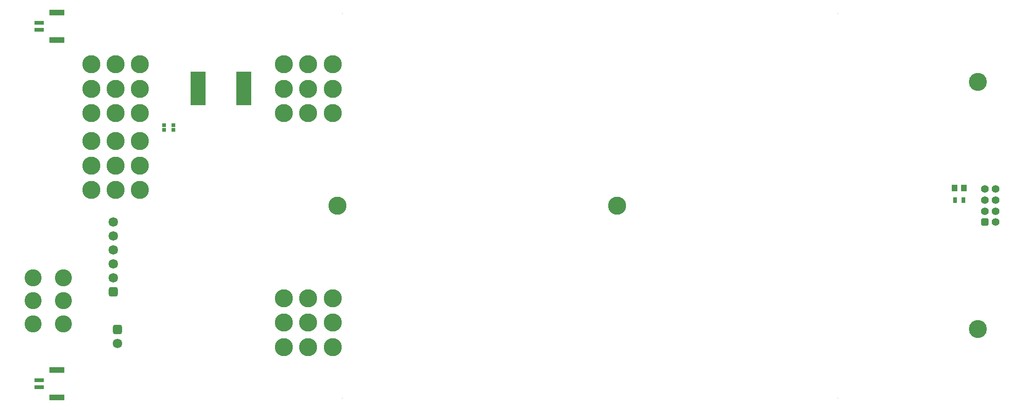
<source format=gts>
G04*
G04 #@! TF.GenerationSoftware,Altium Limited,Altium Designer,23.0.1 (38)*
G04*
G04 Layer_Color=8388736*
%FSLAX44Y44*%
%MOMM*%
G71*
G04*
G04 #@! TF.SameCoordinates,8AFF7610-CFF1-491F-A99F-289BE66ABFEC*
G04*
G04*
G04 #@! TF.FilePolarity,Negative*
G04*
G01*
G75*
%ADD16R,2.7000X6.2000*%
%ADD19R,0.6500X1.0000*%
%ADD21R,1.1160X1.2430*%
%ADD22R,2.8000X1.1000*%
%ADD23R,1.8000X0.7000*%
%ADD24R,0.7000X0.6600*%
%ADD25C,1.4000*%
G04:AMPARAMS|DCode=26|XSize=1.4mm|YSize=1.4mm|CornerRadius=0.375mm|HoleSize=0mm|Usage=FLASHONLY|Rotation=90.000|XOffset=0mm|YOffset=0mm|HoleType=Round|Shape=RoundedRectangle|*
%AMROUNDEDRECTD26*
21,1,1.4000,0.6500,0,0,90.0*
21,1,0.6500,1.4000,0,0,90.0*
1,1,0.7500,0.3250,0.3250*
1,1,0.7500,0.3250,-0.3250*
1,1,0.7500,-0.3250,-0.3250*
1,1,0.7500,-0.3250,0.3250*
%
%ADD26ROUNDEDRECTD26*%
G04:AMPARAMS|DCode=27|XSize=1.72mm|YSize=1.72mm|CornerRadius=0.455mm|HoleSize=0mm|Usage=FLASHONLY|Rotation=270.000|XOffset=0mm|YOffset=0mm|HoleType=Round|Shape=RoundedRectangle|*
%AMROUNDEDRECTD27*
21,1,1.7200,0.8100,0,0,270.0*
21,1,0.8100,1.7200,0,0,270.0*
1,1,0.9100,-0.4050,-0.4050*
1,1,0.9100,-0.4050,0.4050*
1,1,0.9100,0.4050,0.4050*
1,1,0.9100,0.4050,-0.4050*
%
%ADD27ROUNDEDRECTD27*%
%ADD28C,1.7200*%
%ADD29C,3.3000*%
%ADD30C,3.1000*%
%ADD31C,3.1000*%
G04:AMPARAMS|DCode=32|XSize=0.1mm|YSize=0.1mm|CornerRadius=0mm|HoleSize=0mm|Usage=FLASHONLY|Rotation=90.000|XOffset=0mm|YOffset=0mm|HoleType=Round|Shape=RoundedRectangle|*
%AMROUNDEDRECTD32*
21,1,0.1000,0.1000,0,0,90.0*
21,1,0.1000,0.1000,0,0,90.0*
1,1,0.0000,0.0500,0.0500*
1,1,0.0000,0.0500,-0.0500*
1,1,0.0000,-0.0500,-0.0500*
1,1,0.0000,-0.0500,0.0500*
%
%ADD32ROUNDEDRECTD32*%
%ADD33C,3.2750*%
D16*
X-678590Y213360D02*
D03*
X-761590D02*
D03*
D19*
X613280Y10160D02*
D03*
X628780D02*
D03*
D21*
X612521Y31750D02*
D03*
X629539D02*
D03*
D22*
X-1018000Y-299000D02*
D03*
Y-348500D02*
D03*
Y351000D02*
D03*
Y301500D02*
D03*
D23*
X-1050000Y-330000D02*
D03*
Y-317500D02*
D03*
Y320000D02*
D03*
Y332500D02*
D03*
D24*
X-806450Y146590D02*
D03*
Y137890D02*
D03*
X-822998Y146810D02*
D03*
Y138110D02*
D03*
D25*
X667460Y30000D02*
D03*
Y10000D02*
D03*
X687460Y30000D02*
D03*
Y-30000D02*
D03*
Y-10000D02*
D03*
X667460D02*
D03*
X687460Y10000D02*
D03*
D26*
X667460Y-30000D02*
D03*
D27*
X-907590Y-225300D02*
D03*
X-915210Y-156720D02*
D03*
D28*
X-907590Y-250700D02*
D03*
X-915210Y-55120D02*
D03*
Y-80520D02*
D03*
Y-105920D02*
D03*
Y-131320D02*
D03*
Y-29720D02*
D03*
D29*
X-911400Y212720D02*
D03*
Y168370D02*
D03*
X-955750D02*
D03*
X-867050D02*
D03*
Y212720D02*
D03*
X-955750D02*
D03*
Y257070D02*
D03*
X-911400D02*
D03*
X-867050D02*
D03*
X-561400Y212720D02*
D03*
Y168370D02*
D03*
X-605750D02*
D03*
X-517050D02*
D03*
Y212720D02*
D03*
X-605750D02*
D03*
Y257070D02*
D03*
X-561400D02*
D03*
X-517050D02*
D03*
X-911400Y73150D02*
D03*
Y28800D02*
D03*
X-955750D02*
D03*
X-867050D02*
D03*
Y73150D02*
D03*
X-955750D02*
D03*
Y117500D02*
D03*
X-911400D02*
D03*
X-867050D02*
D03*
X-561400Y-212730D02*
D03*
Y-257080D02*
D03*
X-605750D02*
D03*
X-517050D02*
D03*
Y-212730D02*
D03*
X-605750D02*
D03*
Y-168380D02*
D03*
X-561400D02*
D03*
X-517050D02*
D03*
X0Y0D02*
D03*
X-508000D02*
D03*
D30*
X-1061540Y-173140D02*
D03*
X-1006540D02*
D03*
X-1061540Y-215140D02*
D03*
X-1006540D02*
D03*
D31*
X-1061540Y-131140D02*
D03*
X-1006540Y-131140D02*
D03*
D32*
X-500000Y-350000D02*
D03*
X400000D02*
D03*
Y350000D02*
D03*
X-500000D02*
D03*
D33*
X655320Y-224790D02*
D03*
Y224790D02*
D03*
M02*

</source>
